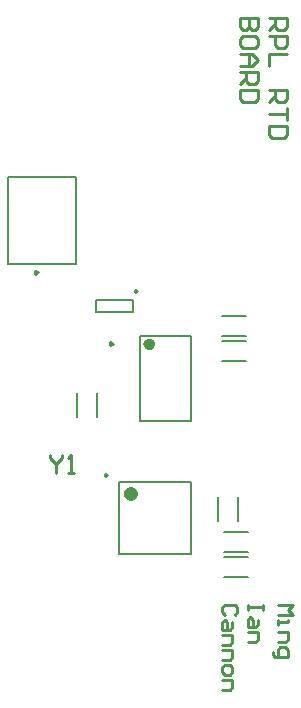
<source format=gto>
G04*
G04 #@! TF.GenerationSoftware,Altium Limited,Altium Designer,21.7.2 (23)*
G04*
G04 Layer_Color=65535*
%FSLAX25Y25*%
%MOIN*%
G70*
G04*
G04 #@! TF.SameCoordinates,2E4BA60E-D3AD-4A97-8ED7-AAC6BF20B9F0*
G04*
G04*
G04 #@! TF.FilePolarity,Positive*
G04*
G01*
G75*
%ADD10C,0.00984*%
%ADD11C,0.02362*%
%ADD12C,0.01968*%
%ADD13C,0.00787*%
%ADD14C,0.01000*%
D10*
X152154Y141772D02*
X151415Y142198D01*
Y141346D01*
X152154Y141772D01*
X153938Y185516D02*
X153200Y185942D01*
Y185090D01*
X153938Y185516D01*
X161980Y203020D02*
X161242Y203446D01*
Y202593D01*
X161980Y203020D01*
X128925Y209276D02*
X128187Y209702D01*
Y208849D01*
X128925Y209276D01*
D11*
X161110Y135571D02*
X160666Y136494D01*
X159666Y136722D01*
X158865Y136083D01*
Y135058D01*
X159666Y134419D01*
X160666Y134648D01*
X161110Y135571D01*
D12*
X167156Y185221D02*
X166664Y186073D01*
X165679D01*
X165187Y185221D01*
X165679Y184368D01*
X166664D01*
X167156Y185221D01*
D13*
X142154Y161039D02*
Y168961D01*
X148846Y161039D02*
Y168961D01*
X190312Y188135D02*
X198234D01*
X190312Y194828D02*
X198234D01*
X190312Y186346D02*
X198234D01*
X190312Y179654D02*
X198234D01*
X155992Y115492D02*
Y139508D01*
X180008Y115492D02*
Y139508D01*
X155992D02*
X180008D01*
X155992Y115492D02*
X180008D01*
X163219Y159827D02*
Y188173D01*
Y159827D02*
X179932D01*
Y188173D01*
X163219D02*
X179932D01*
X160602Y196032D02*
Y199969D01*
X148398Y196032D02*
Y199969D01*
X160602D01*
X148398Y196032D02*
X160602D01*
X119181Y211933D02*
X141819D01*
Y241067D01*
X119181D02*
X141819D01*
X119181Y211933D02*
Y241067D01*
X191039Y116154D02*
X198961D01*
X191039Y122846D02*
X198961D01*
X191039Y107654D02*
X198961D01*
X191039Y114346D02*
X198961D01*
X195846Y126539D02*
Y134461D01*
X189154Y126539D02*
Y134461D01*
D14*
X206098Y294000D02*
X212096D01*
Y291001D01*
X211096Y290001D01*
X209097D01*
X208097Y291001D01*
Y294000D01*
Y292001D02*
X206098Y290001D01*
Y288002D02*
X212096D01*
Y285003D01*
X211096Y284003D01*
X209097D01*
X208097Y285003D01*
Y288002D01*
X212096Y282004D02*
X206098D01*
Y278005D01*
Y270008D02*
X212096D01*
Y267009D01*
X211096Y266009D01*
X209097D01*
X208097Y267009D01*
Y270008D01*
Y268008D02*
X206098Y266009D01*
X212096Y264010D02*
Y260011D01*
Y262010D01*
X206098D01*
X212096Y258012D02*
X206098D01*
Y255013D01*
X207097Y254013D01*
X211096D01*
X212096Y255013D01*
Y258012D01*
X202498Y294000D02*
X196500D01*
Y291001D01*
X197500Y290001D01*
X198499D01*
X199499Y291001D01*
Y294000D01*
Y291001D01*
X200499Y290001D01*
X201498D01*
X202498Y291001D01*
Y294000D01*
Y285003D02*
Y287002D01*
X201498Y288002D01*
X197500D01*
X196500Y287002D01*
Y285003D01*
X197500Y284003D01*
X201498D01*
X202498Y285003D01*
X196500Y282004D02*
X200499D01*
X202498Y280005D01*
X200499Y278005D01*
X196500D01*
X199499D01*
Y282004D01*
X196500Y276006D02*
X202498D01*
Y273007D01*
X201498Y272007D01*
X199499D01*
X198499Y273007D01*
Y276006D01*
Y274007D02*
X196500Y272007D01*
X202498Y270008D02*
X196500D01*
Y267009D01*
X197500Y266009D01*
X201498D01*
X202498Y267009D01*
Y270008D01*
X208962Y98500D02*
X213961D01*
X212295Y96834D01*
X213961Y95168D01*
X208962D01*
Y93502D02*
Y91835D01*
Y92669D01*
X212295D01*
Y93502D01*
X208962Y89336D02*
X212295D01*
Y86837D01*
X211461Y86004D01*
X208962D01*
X207296Y82672D02*
Y81839D01*
X208129Y81006D01*
X212295D01*
Y83505D01*
X211461Y84338D01*
X209795D01*
X208962Y83505D01*
Y81006D01*
X203896Y98500D02*
Y96834D01*
Y97667D01*
X198898D01*
Y98500D01*
Y96834D01*
X202230Y93502D02*
Y91835D01*
X201397Y91002D01*
X198898D01*
Y93502D01*
X199731Y94335D01*
X200564Y93502D01*
Y91002D01*
X198898Y89336D02*
X202230D01*
Y86837D01*
X201397Y86004D01*
X198898D01*
X194665Y95168D02*
X195498Y96001D01*
Y97667D01*
X194665Y98500D01*
X191333D01*
X190500Y97667D01*
Y96001D01*
X191333Y95168D01*
X193832Y92669D02*
Y91002D01*
X192999Y90169D01*
X190500D01*
Y92669D01*
X191333Y93502D01*
X192166Y92669D01*
Y90169D01*
X190500Y88503D02*
X193832D01*
Y86004D01*
X192999Y85171D01*
X190500D01*
Y83505D02*
X193832D01*
Y81006D01*
X192999Y80173D01*
X190500D01*
Y77673D02*
Y76007D01*
X191333Y75174D01*
X192999D01*
X193832Y76007D01*
Y77673D01*
X192999Y78506D01*
X191333D01*
X190500Y77673D01*
Y73508D02*
X193832D01*
Y71009D01*
X192999Y70176D01*
X190500D01*
X132900Y148398D02*
Y147398D01*
X134899Y145399D01*
X136899Y147398D01*
Y148398D01*
X134899Y145399D02*
Y142400D01*
X138898D02*
X140897D01*
X139898D01*
Y148398D01*
X138898Y147398D01*
M02*

</source>
